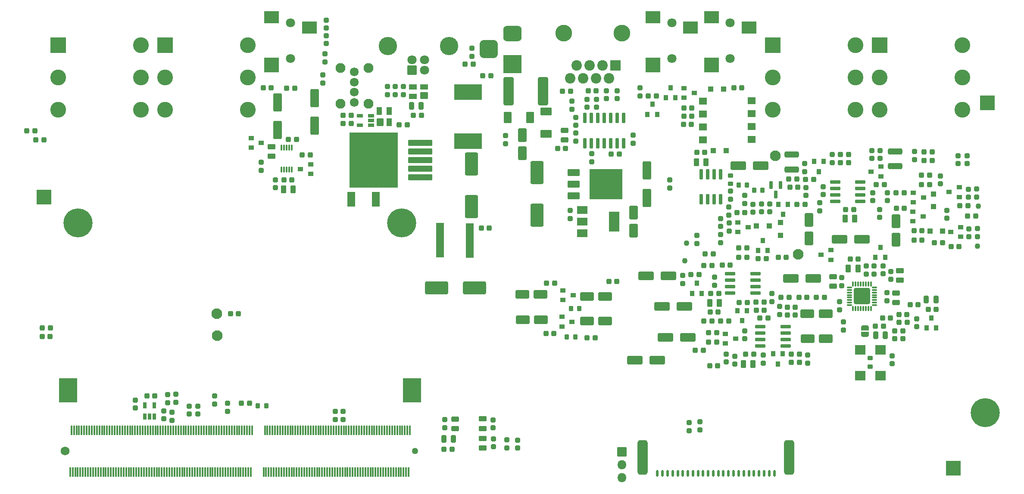
<source format=gbr>
G04 #@! TF.GenerationSoftware,KiCad,Pcbnew,6.0.10-86aedd382b~118~ubuntu22.04.1*
G04 #@! TF.CreationDate,2023-02-22T09:35:45+01:00*
G04 #@! TF.ProjectId,bottom-board,626f7474-6f6d-42d6-926f-6172642e6b69,rev?*
G04 #@! TF.SameCoordinates,Original*
G04 #@! TF.FileFunction,Soldermask,Top*
G04 #@! TF.FilePolarity,Negative*
%FSLAX46Y46*%
G04 Gerber Fmt 4.6, Leading zero omitted, Abs format (unit mm)*
G04 Created by KiCad (PCBNEW 6.0.10-86aedd382b~118~ubuntu22.04.1) date 2023-02-22 09:35:45*
%MOMM*%
%LPD*%
G01*
G04 APERTURE LIST*
G04 Aperture macros list*
%AMRoundRect*
0 Rectangle with rounded corners*
0 $1 Rounding radius*
0 $2 $3 $4 $5 $6 $7 $8 $9 X,Y pos of 4 corners*
0 Add a 4 corners polygon primitive as box body*
4,1,4,$2,$3,$4,$5,$6,$7,$8,$9,$2,$3,0*
0 Add four circle primitives for the rounded corners*
1,1,$1+$1,$2,$3*
1,1,$1+$1,$4,$5*
1,1,$1+$1,$6,$7*
1,1,$1+$1,$8,$9*
0 Add four rect primitives between the rounded corners*
20,1,$1+$1,$2,$3,$4,$5,0*
20,1,$1+$1,$4,$5,$6,$7,0*
20,1,$1+$1,$6,$7,$8,$9,0*
20,1,$1+$1,$8,$9,$2,$3,0*%
%AMFreePoly0*
4,1,37,0.535355,0.785355,0.550000,0.750000,0.550000,-0.750000,0.535355,-0.785355,0.500000,-0.800000,0.000000,-0.800000,-0.012524,-0.794812,-0.080857,-0.793560,-0.094851,-0.791293,-0.230166,-0.749018,-0.242962,-0.742915,-0.360972,-0.664360,-0.371540,-0.654911,-0.462760,-0.546392,-0.470252,-0.534356,-0.527347,-0.404597,-0.531159,-0.390943,-0.548742,-0.256483,-0.547388,-0.256306,-0.550000,-0.250000,
-0.550000,0.250000,-0.549522,0.251153,-0.549368,0.263802,-0.527557,0.403879,-0.523412,0.417435,-0.463164,0.545760,-0.455381,0.557609,-0.361537,0.663867,-0.350741,0.673055,-0.230846,0.748703,-0.217905,0.754492,-0.081598,0.793449,-0.067552,0.795373,-0.011991,0.795033,0.000000,0.800000,0.500000,0.800000,0.535355,0.785355,0.535355,0.785355,$1*%
%AMFreePoly1*
4,1,37,0.012350,0.794884,0.074210,0.794507,0.088231,0.792412,0.224052,0.751793,0.236921,0.745846,0.355883,0.668739,0.366566,0.659420,0.459104,0.552023,0.466742,0.540080,0.525419,0.411028,0.529398,0.397421,0.549495,0.257088,0.550000,0.250000,0.550000,-0.250000,0.549996,-0.250610,0.549847,-0.262826,0.549158,-0.270511,0.525638,-0.410312,0.521328,-0.423818,0.459516,-0.551397,
0.451589,-0.563150,0.356454,-0.668254,0.345546,-0.677309,0.224736,-0.751486,0.211726,-0.757116,0.074953,-0.794405,0.060885,-0.796158,0.011462,-0.795252,0.000000,-0.800000,-0.500000,-0.800000,-0.535355,-0.785355,-0.550000,-0.750000,-0.550000,0.750000,-0.535355,0.785355,-0.500000,0.800000,0.000000,0.800000,0.012350,0.794884,0.012350,0.794884,$1*%
G04 Aperture macros list end*
%ADD10RoundRect,0.293750X0.456250X-0.243750X0.456250X0.243750X-0.456250X0.243750X-0.456250X-0.243750X0*%
%ADD11RoundRect,0.293750X-0.243750X-0.456250X0.243750X-0.456250X0.243750X0.456250X-0.243750X0.456250X0*%
%ADD12RoundRect,0.268750X0.218750X0.256250X-0.218750X0.256250X-0.218750X-0.256250X0.218750X-0.256250X0*%
%ADD13RoundRect,0.268750X-0.218750X-0.256250X0.218750X-0.256250X0.218750X0.256250X-0.218750X0.256250X0*%
%ADD14RoundRect,0.268750X0.256250X-0.218750X0.256250X0.218750X-0.256250X0.218750X-0.256250X-0.218750X0*%
%ADD15RoundRect,0.050000X0.700000X-0.600000X0.700000X0.600000X-0.700000X0.600000X-0.700000X-0.600000X0*%
%ADD16RoundRect,0.050000X0.700000X-0.500000X0.700000X0.500000X-0.700000X0.500000X-0.700000X-0.500000X0*%
%ADD17RoundRect,0.050000X-0.600000X-0.700000X0.600000X-0.700000X0.600000X0.700000X-0.600000X0.700000X0*%
%ADD18RoundRect,0.050000X-0.500000X-0.700000X0.500000X-0.700000X0.500000X0.700000X-0.500000X0.700000X0*%
%ADD19C,1.800000*%
%ADD20RoundRect,0.050000X-1.400000X-1.100000X1.400000X-1.100000X1.400000X1.100000X-1.400000X1.100000X0*%
%ADD21RoundRect,0.050000X-1.400000X-1.400000X1.400000X-1.400000X1.400000X1.400000X-1.400000X1.400000X0*%
%ADD22RoundRect,0.268750X-0.256250X0.218750X-0.256250X-0.218750X0.256250X-0.218750X0.256250X0.218750X0*%
%ADD23RoundRect,0.050000X0.400000X-0.450000X0.400000X0.450000X-0.400000X0.450000X-0.400000X-0.450000X0*%
%ADD24R,3.000000X3.000000*%
%ADD25C,1.100000*%
%ADD26RoundRect,0.200000X0.150000X-0.825000X0.150000X0.825000X-0.150000X0.825000X-0.150000X-0.825000X0*%
%ADD27RoundRect,0.300000X1.250000X0.550000X-1.250000X0.550000X-1.250000X-0.550000X1.250000X-0.550000X0*%
%ADD28RoundRect,0.300000X-0.550000X1.050000X-0.550000X-1.050000X0.550000X-1.050000X0.550000X1.050000X0*%
%ADD29RoundRect,0.300000X1.050000X0.550000X-1.050000X0.550000X-1.050000X-0.550000X1.050000X-0.550000X0*%
%ADD30RoundRect,0.300000X0.550000X-1.500000X0.550000X1.500000X-0.550000X1.500000X-0.550000X-1.500000X0*%
%ADD31RoundRect,0.050000X-0.500000X-0.500000X0.500000X-0.500000X0.500000X0.500000X-0.500000X0.500000X0*%
%ADD32RoundRect,0.050000X0.500000X0.500000X-0.500000X0.500000X-0.500000X-0.500000X0.500000X-0.500000X0*%
%ADD33RoundRect,0.050000X0.500000X-0.500000X0.500000X0.500000X-0.500000X0.500000X-0.500000X-0.500000X0*%
%ADD34C,5.700000*%
%ADD35RoundRect,0.050000X-0.125000X0.550000X-0.125000X-0.550000X0.125000X-0.550000X0.125000X0.550000X0*%
%ADD36RoundRect,0.050000X-0.450000X-0.400000X0.450000X-0.400000X0.450000X0.400000X-0.450000X0.400000X0*%
%ADD37RoundRect,0.050000X0.450000X0.400000X-0.450000X0.400000X-0.450000X-0.400000X0.450000X-0.400000X0*%
%ADD38RoundRect,0.050000X-0.400000X0.450000X-0.400000X-0.450000X0.400000X-0.450000X0.400000X0.450000X0*%
%ADD39RoundRect,0.200000X0.825000X0.150000X-0.825000X0.150000X-0.825000X-0.150000X0.825000X-0.150000X0*%
%ADD40C,2.100000*%
%ADD41RoundRect,0.112500X0.375000X0.062500X-0.375000X0.062500X-0.375000X-0.062500X0.375000X-0.062500X0*%
%ADD42RoundRect,0.112500X0.062500X0.375000X-0.062500X0.375000X-0.062500X-0.375000X0.062500X-0.375000X0*%
%ADD43RoundRect,0.299999X1.300001X1.300001X-1.300001X1.300001X-1.300001X-1.300001X1.300001X-1.300001X0*%
%ADD44RoundRect,0.050000X-0.750000X3.300000X-0.750000X-3.300000X0.750000X-3.300000X0.750000X3.300000X0*%
%ADD45RoundRect,0.050000X-0.850000X-0.850000X0.850000X-0.850000X0.850000X0.850000X-0.850000X0.850000X0*%
%ADD46O,1.800000X1.800000*%
%ADD47RoundRect,0.300000X1.950000X1.000000X-1.950000X1.000000X-1.950000X-1.000000X1.950000X-1.000000X0*%
%ADD48RoundRect,0.299999X0.712501X2.475001X-0.712501X2.475001X-0.712501X-2.475001X0.712501X-2.475001X0*%
%ADD49RoundRect,0.050000X0.325000X-0.530000X0.325000X0.530000X-0.325000X0.530000X-0.325000X-0.530000X0*%
%ADD50RoundRect,0.300000X0.550000X-1.050000X0.550000X1.050000X-0.550000X1.050000X-0.550000X-1.050000X0*%
%ADD51FreePoly0,90.000000*%
%ADD52FreePoly1,90.000000*%
%ADD53RoundRect,0.300000X-1.250000X-0.550000X1.250000X-0.550000X1.250000X0.550000X-1.250000X0.550000X0*%
%ADD54RoundRect,0.300000X-1.050000X-0.550000X1.050000X-0.550000X1.050000X0.550000X-1.050000X0.550000X0*%
%ADD55RoundRect,0.050000X0.750000X1.350000X-0.750000X1.350000X-0.750000X-1.350000X0.750000X-1.350000X0*%
%ADD56RoundRect,0.050000X-1.100000X-0.600000X1.100000X-0.600000X1.100000X0.600000X-1.100000X0.600000X0*%
%ADD57RoundRect,0.050000X-3.200000X-2.900000X3.200000X-2.900000X3.200000X2.900000X-3.200000X2.900000X0*%
%ADD58RoundRect,0.275000X0.250000X-0.225000X0.250000X0.225000X-0.250000X0.225000X-0.250000X-0.225000X0*%
%ADD59RoundRect,0.050000X1.000000X-0.900000X1.000000X0.900000X-1.000000X0.900000X-1.000000X-0.900000X0*%
%ADD60RoundRect,0.250000X0.200000X0.275000X-0.200000X0.275000X-0.200000X-0.275000X0.200000X-0.275000X0*%
%ADD61RoundRect,0.050000X-1.000000X-0.750000X1.000000X-0.750000X1.000000X0.750000X-1.000000X0.750000X0*%
%ADD62RoundRect,0.050000X-1.000000X-1.900000X1.000000X-1.900000X1.000000X1.900000X-1.000000X1.900000X0*%
%ADD63RoundRect,0.050000X-0.700000X0.650000X-0.700000X-0.650000X0.700000X-0.650000X0.700000X0.650000X0*%
%ADD64RoundRect,0.250000X0.275000X-0.200000X0.275000X0.200000X-0.275000X0.200000X-0.275000X-0.200000X0*%
%ADD65RoundRect,0.300000X0.475000X-0.250000X0.475000X0.250000X-0.475000X0.250000X-0.475000X-0.250000X0*%
%ADD66C,3.100000*%
%ADD67RoundRect,0.050000X1.500000X-1.500000X1.500000X1.500000X-1.500000X1.500000X-1.500000X-1.500000X0*%
%ADD68C,1.720000*%
%ADD69C,1.950000*%
%ADD70RoundRect,0.050000X0.850000X-0.850000X0.850000X0.850000X-0.850000X0.850000X-0.850000X-0.850000X0*%
%ADD71C,3.600000*%
%ADD72RoundRect,0.050000X-1.750000X1.750000X-1.750000X-1.750000X1.750000X-1.750000X1.750000X1.750000X0*%
%ADD73RoundRect,0.800000X-1.000000X0.750000X-1.000000X-0.750000X1.000000X-0.750000X1.000000X0.750000X0*%
%ADD74RoundRect,0.925000X-0.875000X0.875000X-0.875000X-0.875000X0.875000X-0.875000X0.875000X0.875000X0*%
%ADD75C,3.300000*%
%ADD76RoundRect,0.050000X0.980000X0.980000X-0.980000X0.980000X-0.980000X-0.980000X0.980000X-0.980000X0*%
%ADD77C,2.060000*%
%ADD78C,1.750000*%
%ADD79C,1.250000*%
%ADD80RoundRect,0.050000X0.150000X0.875000X-0.150000X0.875000X-0.150000X-0.875000X0.150000X-0.875000X0*%
%ADD81RoundRect,0.050000X1.750000X2.300000X-1.750000X2.300000X-1.750000X-2.300000X1.750000X-2.300000X0*%
%ADD82RoundRect,0.050000X0.530000X0.325000X-0.530000X0.325000X-0.530000X-0.325000X0.530000X-0.325000X0*%
%ADD83RoundRect,0.250000X-0.275000X0.200000X-0.275000X-0.200000X0.275000X-0.200000X0.275000X0.200000X0*%
%ADD84RoundRect,0.275000X-0.250000X0.225000X-0.250000X-0.225000X0.250000X-0.225000X0.250000X0.225000X0*%
%ADD85RoundRect,0.050000X-2.700000X1.450000X-2.700000X-1.450000X2.700000X-1.450000X2.700000X1.450000X0*%
%ADD86RoundRect,0.050000X2.300000X0.550000X-2.300000X0.550000X-2.300000X-0.550000X2.300000X-0.550000X0*%
%ADD87RoundRect,0.050000X4.700000X5.400000X-4.700000X5.400000X-4.700000X-5.400000X4.700000X-5.400000X0*%
%ADD88RoundRect,0.300000X-0.250000X-0.475000X0.250000X-0.475000X0.250000X0.475000X-0.250000X0.475000X0*%
%ADD89RoundRect,0.300000X0.250000X0.475000X-0.250000X0.475000X-0.250000X-0.475000X0.250000X-0.475000X0*%
%ADD90RoundRect,0.300000X-0.475000X0.250000X-0.475000X-0.250000X0.475000X-0.250000X0.475000X0.250000X0*%
%ADD91RoundRect,0.300000X-1.000000X1.950000X-1.000000X-1.950000X1.000000X-1.950000X1.000000X1.950000X0*%
%ADD92RoundRect,0.050000X1.050000X-0.700000X1.050000X0.700000X-1.050000X0.700000X-1.050000X-0.700000X0*%
%ADD93RoundRect,0.050000X0.700000X1.050000X-0.700000X1.050000X-0.700000X-1.050000X0.700000X-1.050000X0*%
%ADD94RoundRect,0.145250X-0.095250X-0.508000X0.095250X-0.508000X0.095250X0.508000X-0.095250X0.508000X0*%
%ADD95RoundRect,0.523471X-0.473471X-2.885679X0.473471X-2.885679X0.473471X2.885679X-0.473471X2.885679X0*%
%ADD96RoundRect,0.200000X-0.150000X0.587500X-0.150000X-0.587500X0.150000X-0.587500X0.150000X0.587500X0*%
%ADD97RoundRect,0.275000X0.225000X0.250000X-0.225000X0.250000X-0.225000X-0.250000X0.225000X-0.250000X0*%
%ADD98RoundRect,0.300000X1.100000X-0.325000X1.100000X0.325000X-1.100000X0.325000X-1.100000X-0.325000X0*%
G04 APERTURE END LIST*
D10*
X166600000Y-67057500D03*
X166600000Y-65182500D03*
D11*
X237637500Y-98425000D03*
X239512500Y-98425000D03*
X136537500Y-60325000D03*
X138412500Y-60325000D03*
D12*
X138425000Y-62175000D03*
X136850000Y-62175000D03*
D13*
X134072500Y-64055000D03*
X135647500Y-64055000D03*
D14*
X168000000Y-61000000D03*
X168000000Y-59425000D03*
D15*
X138950000Y-58295000D03*
D16*
X138950000Y-56575000D03*
X136750000Y-56575000D03*
X136750000Y-58475000D03*
D17*
X130355000Y-63530000D03*
D18*
X132075000Y-63530000D03*
X132075000Y-61330000D03*
X130175000Y-61330000D03*
D19*
X199110000Y-44030000D03*
X199110000Y-51030000D03*
D20*
X202810000Y-44930000D03*
X195410000Y-42930000D03*
D21*
X195410000Y-52330000D03*
D22*
X134872280Y-56540040D03*
X134872280Y-58115040D03*
D14*
X133285000Y-58112500D03*
X133285000Y-56537500D03*
D12*
X191587500Y-62400000D03*
X190012500Y-62400000D03*
D13*
X183000000Y-58400000D03*
X184575000Y-58400000D03*
D22*
X171870000Y-69755000D03*
X171870000Y-71330000D03*
X168800000Y-62600000D03*
X168800000Y-64175000D03*
X180000000Y-66112500D03*
X180000000Y-67687500D03*
D12*
X102510000Y-101230000D03*
X100935000Y-101230000D03*
D23*
X237650000Y-104050000D03*
X239550000Y-104050000D03*
X238600000Y-102050000D03*
X186450000Y-58770000D03*
X188350000Y-58770000D03*
X187400000Y-56770000D03*
X182850000Y-62000000D03*
X184750000Y-62000000D03*
X183800000Y-60000000D03*
D24*
X64280000Y-78300000D03*
D25*
X64280000Y-78300000D03*
X249650000Y-59750000D03*
D24*
X249650000Y-59750000D03*
D25*
X242900000Y-131600000D03*
D24*
X242900000Y-131600000D03*
D22*
X176930000Y-57352500D03*
X176930000Y-58927500D03*
X174800000Y-57362500D03*
X174800000Y-58937500D03*
D12*
X172775000Y-57400000D03*
X171200000Y-57400000D03*
D13*
X175725000Y-69800000D03*
X177300000Y-69800000D03*
D22*
X181400000Y-56800000D03*
X181400000Y-58375000D03*
D12*
X191587500Y-60800000D03*
X190012500Y-60800000D03*
X124662500Y-62225000D03*
X123087500Y-62225000D03*
D13*
X123075000Y-63850000D03*
X124650000Y-63850000D03*
D22*
X172800000Y-59025000D03*
X172800000Y-60600000D03*
D12*
X201387500Y-56800000D03*
X199812500Y-56800000D03*
D26*
X170590000Y-67675000D03*
X171860000Y-67675000D03*
X173130000Y-67675000D03*
X174400000Y-67675000D03*
X175670000Y-67675000D03*
X176940000Y-67675000D03*
X178210000Y-67675000D03*
X178210000Y-62725000D03*
X176940000Y-62725000D03*
X175670000Y-62725000D03*
X174400000Y-62725000D03*
X173130000Y-62725000D03*
X171860000Y-62725000D03*
X170590000Y-62725000D03*
D12*
X152062500Y-54450000D03*
X150487500Y-54450000D03*
D14*
X227400000Y-93400000D03*
X227400000Y-91825000D03*
X229100000Y-93387500D03*
X229100000Y-91812500D03*
D12*
X224245000Y-90440000D03*
X222670000Y-90440000D03*
D27*
X224958000Y-86614000D03*
X220558000Y-86614000D03*
D13*
X220770000Y-69890000D03*
X222345000Y-69890000D03*
X237222500Y-69430000D03*
X238797500Y-69430000D03*
D22*
X217400000Y-76225000D03*
X217400000Y-77800000D03*
X227100000Y-77412500D03*
X227100000Y-78987500D03*
D28*
X214600000Y-82800000D03*
X214600000Y-86400000D03*
X231648000Y-83036000D03*
X231648000Y-86636000D03*
D13*
X221792500Y-80700000D03*
X223367500Y-80700000D03*
X211112500Y-109220000D03*
X212687500Y-109220000D03*
X166175000Y-57500000D03*
X167750000Y-57500000D03*
D29*
X174550000Y-97850000D03*
X170950000Y-97850000D03*
X161950000Y-102410000D03*
X158350000Y-102410000D03*
X161850000Y-97450000D03*
X158250000Y-97450000D03*
D12*
X113000000Y-74900000D03*
X111425000Y-74900000D03*
D30*
X117450000Y-64250000D03*
X117450000Y-58850000D03*
D31*
X204260000Y-83930000D03*
X206760000Y-83930000D03*
D32*
X240860000Y-85000000D03*
X238360000Y-85000000D03*
D33*
X209000000Y-85800000D03*
X209000000Y-83300000D03*
X239010000Y-80180000D03*
X239010000Y-77680000D03*
D34*
X249207680Y-120727880D03*
D13*
X234462500Y-99480000D03*
X236037500Y-99480000D03*
D14*
X245620000Y-71720000D03*
X245620000Y-70145000D03*
X243870000Y-71707500D03*
X243870000Y-70132500D03*
X219170000Y-71490000D03*
X219170000Y-69915000D03*
X235310000Y-70905000D03*
X235310000Y-69330000D03*
X198900000Y-84975000D03*
X198900000Y-83400000D03*
D22*
X246000000Y-84525000D03*
X246000000Y-86100000D03*
D12*
X222370000Y-71490000D03*
X220795000Y-71490000D03*
X238797500Y-71130000D03*
X237222500Y-71130000D03*
X202000000Y-81300000D03*
X200425000Y-81300000D03*
D14*
X241700000Y-82475000D03*
X241700000Y-80900000D03*
D13*
X210635000Y-74730000D03*
X212210000Y-74730000D03*
D22*
X226950000Y-69100000D03*
X226950000Y-70675000D03*
D13*
X212212500Y-79700000D03*
X213787500Y-79700000D03*
D12*
X233300000Y-80500000D03*
X231725000Y-80500000D03*
X229375000Y-75800000D03*
X227800000Y-75800000D03*
D13*
X210825000Y-76300000D03*
X212400000Y-76300000D03*
D12*
X233275000Y-77400000D03*
X231700000Y-77400000D03*
D14*
X214000000Y-77975000D03*
X214000000Y-76400000D03*
X230000000Y-78975000D03*
X230000000Y-77400000D03*
D22*
X205300000Y-79625000D03*
X205300000Y-81200000D03*
D14*
X216700000Y-80975000D03*
X216700000Y-79400000D03*
D13*
X236700000Y-75800000D03*
X238275000Y-75800000D03*
D14*
X228500000Y-82300000D03*
X228500000Y-80725000D03*
D12*
X202375000Y-88300000D03*
X200800000Y-88300000D03*
D14*
X240400000Y-75700000D03*
X240400000Y-74125000D03*
D12*
X206175000Y-90400000D03*
X204600000Y-90400000D03*
D22*
X245900000Y-76725000D03*
X245900000Y-78300000D03*
D13*
X62712500Y-67056000D03*
X64287500Y-67056000D03*
X60934500Y-65278000D03*
X62509500Y-65278000D03*
D12*
X172587500Y-106000000D03*
X171012500Y-106000000D03*
X176830000Y-94900000D03*
X175255000Y-94900000D03*
X164475000Y-105150000D03*
X162900000Y-105150000D03*
X164625000Y-95250000D03*
X163050000Y-95250000D03*
D14*
X109750000Y-76450000D03*
X109750000Y-74875000D03*
X106960000Y-73027500D03*
X106960000Y-71452500D03*
D12*
X113550000Y-56850000D03*
X111975000Y-56850000D03*
D22*
X119100000Y-54275000D03*
X119100000Y-55850000D03*
D35*
X112950000Y-68550000D03*
X112450000Y-68550000D03*
X111950000Y-68550000D03*
X111450000Y-68550000D03*
X110950000Y-68550000D03*
X110950000Y-72850000D03*
X111450000Y-72850000D03*
X111950000Y-72850000D03*
X112450000Y-72850000D03*
X112950000Y-72850000D03*
D36*
X200600000Y-83250000D03*
X200600000Y-85150000D03*
X202600000Y-84200000D03*
D37*
X244400000Y-86100000D03*
X244400000Y-84200000D03*
X242400000Y-85150000D03*
D38*
X210450000Y-79700000D03*
X208550000Y-79700000D03*
X209500000Y-81700000D03*
D36*
X235000000Y-81150000D03*
X235000000Y-83050000D03*
X237000000Y-82100000D03*
X235100000Y-77400000D03*
X235100000Y-79300000D03*
X237100000Y-78350000D03*
D23*
X204550000Y-88800000D03*
X206450000Y-88800000D03*
X205500000Y-86800000D03*
D37*
X244100000Y-78250000D03*
X244100000Y-76350000D03*
X242100000Y-77300000D03*
D36*
X166050000Y-101850000D03*
X166050000Y-103750000D03*
X168050000Y-102800000D03*
X166250000Y-96650000D03*
X166250000Y-98550000D03*
X168250000Y-97600000D03*
D39*
X209993000Y-107569000D03*
X209993000Y-106299000D03*
X209993000Y-105029000D03*
X209993000Y-103759000D03*
X205043000Y-103759000D03*
X205043000Y-105029000D03*
X205043000Y-106299000D03*
X205043000Y-107569000D03*
D40*
X208010000Y-70130000D03*
D39*
X224675000Y-79105000D03*
X224675000Y-77835000D03*
X224675000Y-76565000D03*
X224675000Y-75295000D03*
X219725000Y-75295000D03*
X219725000Y-76565000D03*
X219725000Y-77835000D03*
X219725000Y-79105000D03*
X204035000Y-97155000D03*
X204035000Y-95885000D03*
X204035000Y-94615000D03*
X204035000Y-93345000D03*
X199085000Y-93345000D03*
X199085000Y-94615000D03*
X199085000Y-95885000D03*
X199085000Y-97155000D03*
D12*
X211897500Y-101490000D03*
X210322500Y-101490000D03*
X212685000Y-110800000D03*
X211110000Y-110800000D03*
X206510000Y-102075000D03*
X204935000Y-102075000D03*
D14*
X198850000Y-81825000D03*
X198850000Y-80250000D03*
D41*
X227437500Y-99550000D03*
X227437500Y-99050000D03*
X227437500Y-98550000D03*
X227437500Y-98050000D03*
X227437500Y-97550000D03*
X227437500Y-97050000D03*
X227437500Y-96550000D03*
X227437500Y-96050000D03*
D42*
X226750000Y-95362500D03*
X226250000Y-95362500D03*
X225750000Y-95362500D03*
X225250000Y-95362500D03*
X224750000Y-95362500D03*
X224250000Y-95362500D03*
X223750000Y-95362500D03*
X223250000Y-95362500D03*
D41*
X222562500Y-96050000D03*
X222562500Y-96550000D03*
X222562500Y-97050000D03*
X222562500Y-97550000D03*
X222562500Y-98050000D03*
X222562500Y-98550000D03*
X222562500Y-99050000D03*
X222562500Y-99550000D03*
D42*
X223250000Y-100237500D03*
X223750000Y-100237500D03*
X224250000Y-100237500D03*
X224750000Y-100237500D03*
X225250000Y-100237500D03*
X225750000Y-100237500D03*
X226250000Y-100237500D03*
X226750000Y-100237500D03*
D43*
X225000000Y-97800000D03*
D14*
X247700000Y-86075000D03*
X247700000Y-84500000D03*
D12*
X202387500Y-90100000D03*
X200812500Y-90100000D03*
D14*
X247500000Y-78275000D03*
X247500000Y-76700000D03*
D22*
X171000000Y-59025000D03*
X171000000Y-60600000D03*
D12*
X233832500Y-101380000D03*
X232257500Y-101380000D03*
X233027500Y-106145000D03*
X231452500Y-106145000D03*
D14*
X97800000Y-119017500D03*
X97800000Y-117442500D03*
D12*
X104675000Y-118800000D03*
X103100000Y-118800000D03*
D22*
X221340000Y-102855000D03*
X221340000Y-104430000D03*
D13*
X231450000Y-104575000D03*
X233025000Y-104575000D03*
D14*
X213750000Y-73287500D03*
X213750000Y-71712500D03*
X228550000Y-70675000D03*
X228550000Y-69100000D03*
D13*
X235225000Y-84900000D03*
X236800000Y-84900000D03*
D25*
X190560000Y-87380000D03*
X247650000Y-87900000D03*
X190210000Y-90830000D03*
X247850000Y-80100000D03*
D14*
X191080000Y-124247500D03*
X191080000Y-122672500D03*
X193150000Y-124080000D03*
X193150000Y-122505000D03*
D44*
X142100000Y-86760000D03*
X147967400Y-86798100D03*
D45*
X177860000Y-128410000D03*
D46*
X177860000Y-130950000D03*
X177860000Y-133490000D03*
D22*
X100340000Y-118835000D03*
X100340000Y-120410000D03*
D47*
X148860000Y-96130000D03*
X141460000Y-96130000D03*
D13*
X165200000Y-68750000D03*
X166775000Y-68750000D03*
X150202500Y-84410000D03*
X151777500Y-84410000D03*
D29*
X174550000Y-102700000D03*
X170950000Y-102700000D03*
D14*
X121510000Y-122027500D03*
X121510000Y-120452500D03*
X123060000Y-122027500D03*
X123060000Y-120452500D03*
X89409360Y-122195360D03*
X89409360Y-120620360D03*
D23*
X227650000Y-90154000D03*
X229550000Y-90154000D03*
X228600000Y-88154000D03*
D37*
X218932000Y-90612000D03*
X218932000Y-88712000D03*
X216932000Y-89662000D03*
D14*
X187230000Y-76475000D03*
X187230000Y-74900000D03*
D13*
X237987500Y-100375000D03*
X239562500Y-100375000D03*
D22*
X220600000Y-98887500D03*
X220600000Y-100462500D03*
D11*
X227725000Y-105450000D03*
X229600000Y-105450000D03*
D13*
X227637500Y-103650000D03*
X229212500Y-103650000D03*
D14*
X221050000Y-95712500D03*
X221050000Y-94137500D03*
D10*
X219275000Y-95800000D03*
X219275000Y-93925000D03*
D14*
X229900000Y-98675000D03*
X229900000Y-97100000D03*
D13*
X229012500Y-102075000D03*
X230587500Y-102075000D03*
X232287500Y-102950000D03*
X233862500Y-102950000D03*
D10*
X231700000Y-99037500D03*
X231700000Y-97162500D03*
D48*
X162362500Y-57425000D03*
X155587500Y-57425000D03*
D49*
X84090000Y-121490000D03*
X85040000Y-121490000D03*
X85990000Y-121490000D03*
X85990000Y-119290000D03*
X84090000Y-119290000D03*
D13*
X84512500Y-117370000D03*
X86087500Y-117370000D03*
D50*
X180130000Y-84930000D03*
X180130000Y-81330000D03*
D14*
X88580000Y-118717500D03*
X88580000Y-117142500D03*
D22*
X197250000Y-85675000D03*
X197250000Y-87250000D03*
D13*
X242500000Y-88000000D03*
X244075000Y-88000000D03*
D14*
X202000000Y-79537500D03*
X202000000Y-77962500D03*
D12*
X236787500Y-86750000D03*
X235212500Y-86750000D03*
X238250000Y-74000000D03*
X236675000Y-74000000D03*
D13*
X245750000Y-82000000D03*
X247325000Y-82000000D03*
D14*
X192575000Y-87412500D03*
X192575000Y-85837500D03*
D13*
X189925000Y-64000000D03*
X191500000Y-64000000D03*
D12*
X113875000Y-66900000D03*
X112300000Y-66900000D03*
X116587500Y-70000000D03*
X115012500Y-70000000D03*
D38*
X217450000Y-71250000D03*
X215550000Y-71250000D03*
X216500000Y-73250000D03*
D37*
X228750000Y-74200000D03*
X228750000Y-72300000D03*
X226750000Y-73250000D03*
D36*
X105000000Y-66650000D03*
X105000000Y-68550000D03*
X107000000Y-67600000D03*
D22*
X82250000Y-118212500D03*
X82250000Y-119787500D03*
D14*
X197250000Y-84075000D03*
X197250000Y-82500000D03*
D13*
X239250000Y-87250000D03*
X240825000Y-87250000D03*
X194175000Y-89500000D03*
X195750000Y-89500000D03*
D22*
X199140000Y-77130000D03*
X199140000Y-78705000D03*
D14*
X119500000Y-51687500D03*
X119500000Y-50112500D03*
D51*
X225600000Y-105300000D03*
D52*
X225600000Y-104000000D03*
D36*
X190060000Y-56850000D03*
X190060000Y-58750000D03*
X192060000Y-57800000D03*
D22*
X90160000Y-117085000D03*
X90160000Y-118660000D03*
D13*
X195172500Y-100850000D03*
X196747500Y-100850000D03*
D14*
X198310000Y-110755000D03*
X198310000Y-109180000D03*
D12*
X195522500Y-102700000D03*
X193947500Y-102700000D03*
X192985000Y-93500000D03*
X191410000Y-93500000D03*
D22*
X189738000Y-93700500D03*
X189738000Y-95275500D03*
D13*
X204185000Y-98925000D03*
X205760000Y-98925000D03*
D12*
X198810000Y-102700000D03*
X197235000Y-102700000D03*
D22*
X208820000Y-99796500D03*
X208820000Y-101371500D03*
D36*
X198140000Y-105170000D03*
X198140000Y-107070000D03*
X200140000Y-106120000D03*
D22*
X200040000Y-109582500D03*
X200040000Y-111157500D03*
D38*
X202385000Y-100625000D03*
X200485000Y-100625000D03*
X201435000Y-102625000D03*
D22*
X207264000Y-97256500D03*
X207264000Y-98831500D03*
X196060000Y-94075000D03*
X196060000Y-95650000D03*
D12*
X210660000Y-98044000D03*
X209085000Y-98044000D03*
X214173000Y-98044000D03*
X212598000Y-98044000D03*
X202460000Y-99025000D03*
X200885000Y-99025000D03*
X205785000Y-100525000D03*
X204210000Y-100525000D03*
X211897500Y-99950000D03*
X210322500Y-99950000D03*
D13*
X195092500Y-111490000D03*
X196667500Y-111490000D03*
D12*
X245787500Y-80000000D03*
X244212500Y-80000000D03*
D14*
X235725000Y-103787500D03*
X235725000Y-102212500D03*
D27*
X205114340Y-72068360D03*
X200714340Y-72068360D03*
D53*
X211000000Y-94275000D03*
X215400000Y-94275000D03*
D14*
X205580000Y-110950000D03*
X205580000Y-109375000D03*
D12*
X196422500Y-104925000D03*
X194847500Y-104925000D03*
X193802000Y-108458000D03*
X192227000Y-108458000D03*
D14*
X206900000Y-81175000D03*
X206900000Y-79600000D03*
X167650000Y-82485000D03*
X167650000Y-80910000D03*
D54*
X214280000Y-106170000D03*
X217880000Y-106170000D03*
D13*
X216022500Y-97990000D03*
X217597500Y-97990000D03*
D22*
X214354500Y-109358000D03*
X214354500Y-110933000D03*
D12*
X148587500Y-52160000D03*
X147012500Y-52160000D03*
D14*
X119750000Y-45027500D03*
X119750000Y-43452500D03*
D13*
X208525000Y-90125000D03*
X210100000Y-90125000D03*
D14*
X148400000Y-50567500D03*
X148400000Y-48992500D03*
X119780000Y-48097500D03*
X119780000Y-46522500D03*
D54*
X214260000Y-101270000D03*
X217860000Y-101270000D03*
D22*
X201935000Y-104600000D03*
X201935000Y-106175000D03*
D12*
X199112500Y-91675000D03*
X197537500Y-91675000D03*
D37*
X116700000Y-73750000D03*
X116700000Y-71850000D03*
X114700000Y-72800000D03*
D40*
X212500000Y-89525000D03*
D13*
X107375000Y-56800000D03*
X108950000Y-56800000D03*
D27*
X190090000Y-99810000D03*
X185690000Y-99810000D03*
X187010000Y-93810000D03*
X182610000Y-93810000D03*
D55*
X129460000Y-78670000D03*
X124660000Y-78670000D03*
D34*
X71007680Y-83337880D03*
D30*
X110200000Y-65100000D03*
X110200000Y-59700000D03*
D14*
X131735000Y-58125000D03*
X131735000Y-56550000D03*
D22*
X203600000Y-79712500D03*
X203600000Y-81287500D03*
D23*
X191635000Y-97250000D03*
X193535000Y-97250000D03*
X192585000Y-95250000D03*
D12*
X195525000Y-91775000D03*
X193950000Y-91775000D03*
X196860000Y-97275000D03*
X195285000Y-97275000D03*
X196422500Y-106850000D03*
X194847500Y-106850000D03*
X203735000Y-109175000D03*
X202160000Y-109175000D03*
D38*
X209450000Y-109120000D03*
X207550000Y-109120000D03*
X208500000Y-111120000D03*
D14*
X225800000Y-93400000D03*
X225800000Y-91825000D03*
D13*
X213925000Y-74800000D03*
X215500000Y-74800000D03*
D27*
X184790000Y-110350000D03*
X180390000Y-110350000D03*
X190760000Y-105880000D03*
X186360000Y-105880000D03*
D34*
X134607680Y-83337880D03*
D56*
X168375000Y-73465000D03*
D57*
X174675000Y-75745000D03*
D56*
X168375000Y-75745000D03*
X168375000Y-78025000D03*
D10*
X145030000Y-123867500D03*
X145030000Y-121992500D03*
D14*
X143040000Y-123657500D03*
X143040000Y-122082500D03*
D13*
X142886420Y-127905180D03*
X144461420Y-127905180D03*
D11*
X142888820Y-125896040D03*
X144763820Y-125896040D03*
D58*
X230900000Y-111070000D03*
X230900000Y-109520000D03*
D59*
X228630000Y-113430000D03*
X228630000Y-108350000D03*
X224630000Y-108350000D03*
X224630000Y-113430000D03*
D60*
X107970000Y-119340000D03*
X106320000Y-119340000D03*
D32*
X197810000Y-57020000D03*
X195310000Y-57020000D03*
X198295000Y-69100000D03*
X195795000Y-69100000D03*
D30*
X182780000Y-78460000D03*
X182780000Y-73060000D03*
D61*
X170040000Y-80820000D03*
X170040000Y-83120000D03*
D62*
X176340000Y-83120000D03*
D61*
X170040000Y-85420000D03*
D58*
X230670000Y-94495000D03*
X230670000Y-92945000D03*
D63*
X193760000Y-59380000D03*
X193760000Y-61920000D03*
X193760000Y-64460000D03*
X193760000Y-67000000D03*
X203300000Y-66930000D03*
X203300000Y-64390000D03*
X203300000Y-61850000D03*
X203300000Y-59310000D03*
D64*
X226610000Y-111635000D03*
X226610000Y-109985000D03*
D65*
X150500000Y-127650000D03*
X150500000Y-125750000D03*
D58*
X152590000Y-127420000D03*
X152590000Y-125870000D03*
D65*
X150460000Y-123820000D03*
X150460000Y-121920000D03*
D58*
X152540000Y-123690000D03*
X152540000Y-122140000D03*
X157360000Y-127635000D03*
X157360000Y-126085000D03*
X155210000Y-127615000D03*
X155210000Y-126065000D03*
X92800000Y-120970000D03*
X92800000Y-119420000D03*
X94480000Y-121000000D03*
X94480000Y-119450000D03*
D66*
X67085000Y-54780000D03*
X83315000Y-54780000D03*
D67*
X67085000Y-48430000D03*
D66*
X83315000Y-48430000D03*
X67085000Y-61130000D03*
X83315000Y-61130000D03*
D68*
X125285000Y-53655000D03*
X125285000Y-55655000D03*
X125285000Y-57655000D03*
X125285000Y-59655000D03*
D69*
X128005000Y-59925000D03*
X122565000Y-52925000D03*
X122565000Y-59925000D03*
X128005000Y-52925000D03*
D66*
X88085000Y-54780000D03*
X104315000Y-54780000D03*
D67*
X88085000Y-48430000D03*
D66*
X104315000Y-48430000D03*
X88085000Y-61130000D03*
X104315000Y-61130000D03*
D19*
X112710000Y-51030000D03*
X112710000Y-44030000D03*
D20*
X116410000Y-44930000D03*
X109010000Y-42930000D03*
D21*
X109010000Y-52330000D03*
D70*
X136586971Y-53299976D03*
D19*
X139086971Y-53299976D03*
X139086971Y-51299976D03*
X136586971Y-51299976D03*
D71*
X131816971Y-48589976D03*
X143856971Y-48589976D03*
D72*
X156330453Y-52130000D03*
D73*
X156330453Y-46130000D03*
D74*
X151630453Y-49130000D03*
D75*
X177805000Y-46060000D03*
X166375000Y-46060000D03*
D76*
X176535000Y-52410000D03*
D77*
X175265000Y-54950000D03*
X173995000Y-52410000D03*
X172725000Y-54950000D03*
X171455000Y-52410000D03*
X170185000Y-54950000D03*
X168915000Y-52410000D03*
X167645000Y-54950000D03*
D66*
X228485000Y-54780000D03*
X244715000Y-54780000D03*
D67*
X228485000Y-48430000D03*
D66*
X244715000Y-48430000D03*
X228485000Y-61130000D03*
X244715000Y-61130000D03*
X207485000Y-54780000D03*
X223715000Y-54780000D03*
D67*
X207485000Y-48430000D03*
D66*
X223715000Y-48430000D03*
X207485000Y-61130000D03*
X223715000Y-61130000D03*
D78*
X68410000Y-128260000D03*
D79*
X137210000Y-128260000D03*
D80*
X69435000Y-132360000D03*
X69685000Y-124160000D03*
X69935000Y-132360000D03*
X70185000Y-124160000D03*
X70435000Y-132360000D03*
X70685000Y-124160000D03*
X70935000Y-132360000D03*
X71185000Y-124160000D03*
X71435000Y-132360000D03*
X71685000Y-124160000D03*
X71935000Y-132360000D03*
X72185000Y-124160000D03*
X72435000Y-132360000D03*
X72685000Y-124160000D03*
X72935000Y-132360000D03*
X73185000Y-124160000D03*
X73435000Y-132360000D03*
X73685000Y-124160000D03*
X73935000Y-132360000D03*
X74185000Y-124160000D03*
X74435000Y-132360000D03*
X74685000Y-124160000D03*
X74935000Y-132360000D03*
X75185000Y-124160000D03*
X75435000Y-132360000D03*
X75685000Y-124160000D03*
X75935000Y-132360000D03*
X76185000Y-124160000D03*
X76435000Y-132360000D03*
X76685000Y-124160000D03*
X76935000Y-132360000D03*
X77185000Y-124160000D03*
X77435000Y-132360000D03*
X77685000Y-124160000D03*
X77935000Y-132360000D03*
X78185000Y-124160000D03*
X78435000Y-132360000D03*
X78685000Y-124160000D03*
X78935000Y-132360000D03*
X79185000Y-124160000D03*
X79435000Y-132360000D03*
X79685000Y-124160000D03*
X79935000Y-132360000D03*
X80185000Y-124160000D03*
X80435000Y-132360000D03*
X80685000Y-124160000D03*
X80935000Y-132360000D03*
X81185000Y-124160000D03*
X81435000Y-132360000D03*
X81685000Y-124160000D03*
X81935000Y-132360000D03*
X82185000Y-124160000D03*
X82435000Y-132360000D03*
X82685000Y-124160000D03*
X82935000Y-132360000D03*
X83185000Y-124160000D03*
X83435000Y-132360000D03*
X83685000Y-124160000D03*
X83935000Y-132360000D03*
X84185000Y-124160000D03*
X84435000Y-132360000D03*
X84685000Y-124160000D03*
X84935000Y-132360000D03*
X85185000Y-124160000D03*
X85435000Y-132360000D03*
X85685000Y-124160000D03*
X85935000Y-132360000D03*
X86185000Y-124160000D03*
X86435000Y-132360000D03*
X86685000Y-124160000D03*
X86935000Y-132360000D03*
X87185000Y-124160000D03*
X87435000Y-132360000D03*
X87685000Y-124160000D03*
X87935000Y-132360000D03*
X88185000Y-124160000D03*
X88435000Y-132360000D03*
X88685000Y-124160000D03*
X88935000Y-132360000D03*
X89185000Y-124160000D03*
X89435000Y-132360000D03*
X89685000Y-124160000D03*
X89935000Y-132360000D03*
X90185000Y-124160000D03*
X90435000Y-132360000D03*
X90685000Y-124160000D03*
X90935000Y-132360000D03*
X91185000Y-124160000D03*
X91435000Y-132360000D03*
X91685000Y-124160000D03*
X91935000Y-132360000D03*
X92185000Y-124160000D03*
X92435000Y-132360000D03*
X92685000Y-124160000D03*
X92935000Y-132360000D03*
X93185000Y-124160000D03*
X93435000Y-132360000D03*
X93685000Y-124160000D03*
X93935000Y-132360000D03*
X94185000Y-124160000D03*
X94435000Y-132360000D03*
X94685000Y-124160000D03*
X94935000Y-132360000D03*
X95185000Y-124160000D03*
X95435000Y-132360000D03*
X95685000Y-124160000D03*
X95935000Y-132360000D03*
X96185000Y-124160000D03*
X96435000Y-132360000D03*
X96685000Y-124160000D03*
X96935000Y-132360000D03*
X97185000Y-124160000D03*
X97435000Y-132360000D03*
X97685000Y-124160000D03*
X97935000Y-132360000D03*
X98185000Y-124160000D03*
X98435000Y-132360000D03*
X98685000Y-124160000D03*
X98935000Y-132360000D03*
X99185000Y-124160000D03*
X99435000Y-132360000D03*
X99685000Y-124160000D03*
X99935000Y-132360000D03*
X100185000Y-124160000D03*
X100435000Y-132360000D03*
X100685000Y-124160000D03*
X100935000Y-132360000D03*
X101185000Y-124160000D03*
X101435000Y-132360000D03*
X101685000Y-124160000D03*
X101935000Y-132360000D03*
X102185000Y-124160000D03*
X102435000Y-132360000D03*
X102685000Y-124160000D03*
X102935000Y-132360000D03*
X103185000Y-124160000D03*
X103435000Y-132360000D03*
X103685000Y-124160000D03*
X103935000Y-132360000D03*
X104185000Y-124160000D03*
X104435000Y-132360000D03*
X104685000Y-124160000D03*
X104935000Y-132360000D03*
X105185000Y-124160000D03*
X107435000Y-132360000D03*
X107685000Y-124160000D03*
X107935000Y-132360000D03*
X108185000Y-124160000D03*
X108435000Y-132360000D03*
X108685000Y-124160000D03*
X108935000Y-132360000D03*
X109185000Y-124160000D03*
X109435000Y-132360000D03*
X109685000Y-124160000D03*
X109935000Y-132360000D03*
X110185000Y-124160000D03*
X110435000Y-132360000D03*
X110685000Y-124160000D03*
X110935000Y-132360000D03*
X111185000Y-124160000D03*
X111435000Y-132360000D03*
X111685000Y-124160000D03*
X111935000Y-132360000D03*
X112185000Y-124160000D03*
X112435000Y-132360000D03*
X112685000Y-124160000D03*
X112935000Y-132360000D03*
X113185000Y-124160000D03*
X113435000Y-132360000D03*
X113685000Y-124160000D03*
X113935000Y-132360000D03*
X114185000Y-124160000D03*
X114435000Y-132360000D03*
X114685000Y-124160000D03*
X114935000Y-132360000D03*
X115185000Y-124160000D03*
X115435000Y-132360000D03*
X115685000Y-124160000D03*
X115935000Y-132360000D03*
X116185000Y-124160000D03*
X116435000Y-132360000D03*
X116685000Y-124160000D03*
X116935000Y-132360000D03*
X117185000Y-124160000D03*
X117435000Y-132360000D03*
X117685000Y-124160000D03*
X117935000Y-132360000D03*
X118185000Y-124160000D03*
X118435000Y-132360000D03*
X118685000Y-124160000D03*
X118935000Y-132360000D03*
X119185000Y-124160000D03*
X119435000Y-132360000D03*
X119685000Y-124160000D03*
X119935000Y-132360000D03*
X120185000Y-124160000D03*
X120435000Y-132360000D03*
X120685000Y-124160000D03*
X120935000Y-132360000D03*
X121185000Y-124160000D03*
X121435000Y-132360000D03*
X121685000Y-124160000D03*
X121935000Y-132360000D03*
X122185000Y-124160000D03*
X122435000Y-132360000D03*
X122685000Y-124160000D03*
X122935000Y-132360000D03*
X123185000Y-124160000D03*
X123435000Y-132360000D03*
X123685000Y-124160000D03*
X123935000Y-132360000D03*
X124185000Y-124160000D03*
X124435000Y-132360000D03*
X124685000Y-124160000D03*
X124935000Y-132360000D03*
X125185000Y-124160000D03*
X125435000Y-132360000D03*
X125685000Y-124160000D03*
X125935000Y-132360000D03*
X126185000Y-124160000D03*
X126435000Y-132360000D03*
X126685000Y-124160000D03*
X126935000Y-132360000D03*
X127185000Y-124160000D03*
X127435000Y-132360000D03*
X127685000Y-124160000D03*
X127935000Y-132360000D03*
X128185000Y-124160000D03*
X128435000Y-132360000D03*
X128685000Y-124160000D03*
X128935000Y-132360000D03*
X129185000Y-124160000D03*
X129435000Y-132360000D03*
X129685000Y-124160000D03*
X129935000Y-132360000D03*
X130185000Y-124160000D03*
X130435000Y-132360000D03*
X130685000Y-124160000D03*
X130935000Y-132360000D03*
X131185000Y-124160000D03*
X131435000Y-132360000D03*
X131685000Y-124160000D03*
X131935000Y-132360000D03*
X132185000Y-124160000D03*
X132435000Y-132360000D03*
X132685000Y-124160000D03*
X132935000Y-132360000D03*
X133185000Y-124160000D03*
X133435000Y-132360000D03*
X133685000Y-124160000D03*
X133935000Y-132360000D03*
X134185000Y-124160000D03*
X134435000Y-132360000D03*
X134685000Y-124160000D03*
X134935000Y-132360000D03*
X135185000Y-124160000D03*
X135435000Y-132360000D03*
X135685000Y-124160000D03*
X135935000Y-132360000D03*
X136185000Y-124160000D03*
D81*
X69010000Y-116260000D03*
X136610000Y-116260000D03*
D60*
X169448840Y-100191240D03*
X167798840Y-100191240D03*
X168661440Y-105789400D03*
X167011440Y-105789400D03*
D82*
X128517920Y-64163920D03*
X128517920Y-63213920D03*
X128517920Y-62263920D03*
X126317920Y-62263920D03*
X126317920Y-64163920D03*
D14*
X87790000Y-121927500D03*
X87790000Y-120352500D03*
X168800000Y-67275000D03*
X168800000Y-65700000D03*
D83*
X199178000Y-74014000D03*
X199178000Y-75664000D03*
D40*
X98210000Y-101230000D03*
X98310000Y-105530000D03*
D19*
X187610000Y-44030000D03*
X187610000Y-51030000D03*
D20*
X191310000Y-44930000D03*
X183910000Y-42930000D03*
D21*
X183910000Y-52330000D03*
D84*
X154970000Y-66220000D03*
X154970000Y-67770000D03*
D85*
X147635000Y-57605000D03*
X147635000Y-67305000D03*
D86*
X138235000Y-74380000D03*
X138235000Y-72680000D03*
X138235000Y-70980000D03*
D87*
X129085000Y-70980000D03*
D86*
X138235000Y-69280000D03*
X138235000Y-67580000D03*
D28*
X158300000Y-66090000D03*
X158300000Y-69690000D03*
D88*
X222290000Y-92360000D03*
X224190000Y-92360000D03*
D89*
X223560000Y-82480000D03*
X221660000Y-82480000D03*
D88*
X201690000Y-111160000D03*
X203590000Y-111160000D03*
X111330000Y-76750000D03*
X113230000Y-76750000D03*
D65*
X108970000Y-70270000D03*
X108970000Y-68370000D03*
D90*
X232480000Y-92760000D03*
X232480000Y-94660000D03*
D88*
X195097500Y-99080000D03*
X196997500Y-99080000D03*
D91*
X148270000Y-71730000D03*
X148270000Y-80130000D03*
X161140000Y-73450000D03*
X161140000Y-81850000D03*
D92*
X162940000Y-65870000D03*
X162940000Y-61470000D03*
D93*
X159820000Y-62650000D03*
X155420000Y-62650000D03*
D26*
X193445000Y-78725000D03*
X194715000Y-78725000D03*
X195985000Y-78725000D03*
X197255000Y-78725000D03*
X197255000Y-73775000D03*
X195985000Y-73775000D03*
X194715000Y-73775000D03*
X193445000Y-73775000D03*
D60*
X202395000Y-75880000D03*
X200745000Y-75880000D03*
D94*
X184787000Y-132640000D03*
X185777600Y-132640000D03*
X186793600Y-132640000D03*
X187784200Y-132640000D03*
X188800200Y-132640000D03*
X189790800Y-132640000D03*
X190781400Y-132640000D03*
X191772000Y-132640000D03*
X192788000Y-132640000D03*
X193778600Y-132640000D03*
X194769200Y-132640000D03*
X195785200Y-132640000D03*
X196775800Y-132640000D03*
X197766400Y-132640000D03*
X198782400Y-132640000D03*
X199773000Y-132640000D03*
X200763600Y-132640000D03*
X201779600Y-132640000D03*
X202770200Y-132640000D03*
X203760800Y-132640000D03*
X204776800Y-132640000D03*
X205767400Y-132640000D03*
X206783400Y-132640000D03*
X207774000Y-132640000D03*
D95*
X181884258Y-129522150D03*
X210669600Y-129515800D03*
D96*
X209010000Y-75922500D03*
X207110000Y-75922500D03*
X208060000Y-77797500D03*
D88*
X192480000Y-71410000D03*
X194380000Y-71410000D03*
D60*
X205465000Y-76900000D03*
X203815000Y-76900000D03*
D97*
X65500000Y-105750000D03*
X63950000Y-105750000D03*
X194115000Y-69500000D03*
X192565000Y-69500000D03*
D98*
X231510000Y-72230000D03*
X231510000Y-69280000D03*
D97*
X65520000Y-104000000D03*
X63970000Y-104000000D03*
D98*
X211210000Y-72880000D03*
X211210000Y-69930000D03*
M02*

</source>
